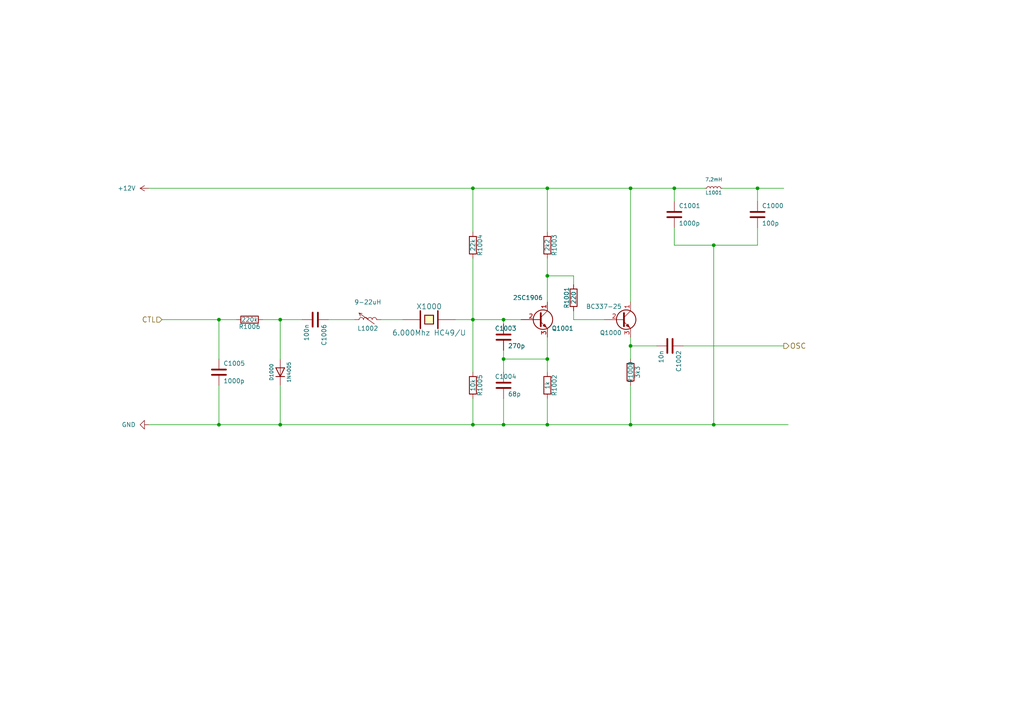
<source format=kicad_sch>
(kicad_sch (version 20211123) (generator eeschema)
  (paper "A4")
  (title_block (date "9 aug 2012"))
  (lib_symbols
    (symbol "Device:C" (pin_numbers hide) (pin_names (offset 0.254))
      (property "Reference" "C" (at 0.635 2.54 0))
      (property "Value" "C" (at 0.635 -2.54 0))
      (symbol "C_0_1"
        (polyline (pts (xy -2.032 -0.762) (xy 2.032 -0.762)) (stroke (width 0.508)))
        (polyline (pts (xy -2.032 0.762) (xy 2.032 0.762)) (stroke (width 0.508)))
      )
      (symbol "C_1_1"
        (pin passive line (at 0 3.81 270) (length 2.794) (name "~") (number "1"))
        (pin passive line (at 0 -3.81 90) (length 2.794) (name "~") (number "2"))
      )
    )
    (symbol "Device:D" (pin_numbers hide) (pin_names (offset 1.016) hide)
      (property "Reference" "D" (at 0 2.54 0))
      (property "Value" "D" (at 0 -2.54 0))
      (symbol "D_0_1"
        (polyline (pts (xy -1.27 1.27) (xy -1.27 -1.27)) (stroke (width 0.254)))
        (polyline (pts (xy 1.27 0) (xy -1.27 0)))
        (polyline (pts (xy 1.27 1.27) (xy 1.27 -1.27) (xy -1.27 0) (xy 1.27 1.27)) (stroke (width 0.254)))
      )
      (symbol "D_1_1"
        (pin passive line (at -3.81 0 0) (length 2.54) (name "K") (number "1"))
        (pin passive line (at 3.81 0 180) (length 2.54) (name "A") (number "2"))
      )
    )
    (symbol "Device:L_Small" (pin_numbers hide) (pin_names (offset 0.254) hide)
      (property "Reference" "L" (at 0.762 1.016 0))
      (property "Value" "L_Small" (at 0.762 -1.016 0))
      (symbol "L_Small_0_1"
        (arc (start 0 -2.032) (mid 0.508 -1.524) (end 0 -1.016))
        (arc (start 0 -1.016) (mid 0.508 -0.508) (end 0 0))
        (arc (start 0 0) (mid 0.508 0.508) (end 0 1.016))
        (arc (start 0 1.016) (mid 0.508 1.524) (end 0 2.032))
      )
      (symbol "L_Small_1_1"
        (pin passive line (at 0 2.54 270) (length 0.508) (name "~") (number "1"))
        (pin passive line (at 0 -2.54 90) (length 0.508) (name "~") (number "2"))
      )
    )
    (symbol "Device:L_Trim" (pin_numbers hide) (pin_names (offset 1.016) hide)
      (property "Reference" "L" (at -1.905 0 90))
      (property "Value" "L_Trim" (at 3.175 0 90))
      (symbol "L_Trim_0_1"
        (arc (start 0 -2.54) (mid 0.635 -1.905) (end 0 -1.27))
        (arc (start 0 -1.27) (mid 0.635 -0.635) (end 0 0))
        (polyline (pts (xy -1.27 -1.905) (xy 1.905 2.54)))
        (polyline (pts (xy 1.905 2.54) (xy 1.016 2.159)))
        (polyline (pts (xy 1.905 2.54) (xy 1.778 1.651)))
        (arc (start 0 0) (mid 0.635 0.635) (end 0 1.27))
        (arc (start 0 1.27) (mid 0.635 1.905) (end 0 2.54))
      )
      (symbol "L_Trim_1_1"
        (pin passive line (at 0 3.81 270) (length 1.27) (name "1") (number "1"))
        (pin passive line (at 0 -3.81 90) (length 1.27) (name "2") (number "2"))
      )
    )
    (symbol "Device:Q_NPN_CBE" (pin_names (offset 0) hide)
      (property "Reference" "Q" (at 5.08 1.27 0))
      (property "Value" "Q_NPN_CBE" (at 5.08 -1.27 0))
      (symbol "Q_NPN_CBE_0_1"
        (polyline (pts (xy 0.635 0.635) (xy 2.54 2.54)))
        (polyline (pts (xy 0.635 -0.635) (xy 2.54 -2.54) (xy 2.54 -2.54)))
        (polyline (pts (xy 0.635 1.905) (xy 0.635 -1.905) (xy 0.635 -1.905)) (stroke (width 0.508)))
        (polyline (pts (xy 1.27 -1.778) (xy 1.778 -1.27) (xy 2.286 -2.286) (xy 1.27 -1.778) (xy 1.27 -1.778)) (fill (type outline)))
        (circle (center 1.27 0) (radius 2.8194) (stroke (width 0.254)))
      )
      (symbol "Q_NPN_CBE_1_1"
        (pin passive line (at 2.54 5.08 270) (length 2.54) (name "C") (number "1"))
        (pin input line (at -5.08 0 0) (length 5.715) (name "B") (number "2"))
        (pin passive line (at 2.54 -5.08 90) (length 2.54) (name "E") (number "3"))
      )
    )
    (symbol "Device:R" (pin_numbers hide) (pin_names (offset 0))
      (property "Reference" "R" (at 2.032 0 90))
      (property "Value" "R" (at 0 0 90))
      (symbol "R_0_1"
        (rectangle (start -1.016 -2.54) (end 1.016 2.54) (stroke (width 0.254)))
      )
      (symbol "R_1_1"
        (pin passive line (at 0 3.81 270) (length 1.27) (name "~") (number "1"))
        (pin passive line (at 0 -3.81 90) (length 1.27) (name "~") (number "2"))
      )
    )
    (symbol "NBSCIII-rescue:CRYSTAL" (pin_numbers hide) (pin_names (offset 1.016) hide)
      (property "Reference" "X" (at 0 3.81 0))
      (property "Value" "CRYSTAL" (at 0 -3.81 0))
      (symbol "CRYSTAL_0_1"
        (polyline (pts (xy -2.54 2.54) (xy -2.54 -2.54)) (stroke (width 0.4064)))
        (polyline (pts (xy 2.54 2.54) (xy 2.54 -2.54)) (stroke (width 0.4064)))
        (polyline (pts (xy -1.27 1.27) (xy 1.27 1.27) (xy 1.27 -1.27) (xy -1.27 -1.27) (xy -1.27 1.27)) (stroke (width 0.3048)) (fill (type background)))
      )
      (symbol "CRYSTAL_1_1"
        (pin passive line (at -7.62 0 0) (length 5.08) (name "1") (number "1"))
        (pin passive line (at 7.62 0 180) (length 5.08) (name "2") (number "2"))
      )
    )
    (symbol "power:+12V" (power) (pin_names (offset 0))
      (property "Value" "+12V" (at 0 3.556 0))
      (symbol "+12V_0_1"
        (polyline (pts (xy -0.762 1.27) (xy 0 2.54)))
        (polyline (pts (xy 0 0) (xy 0 2.54)))
        (polyline (pts (xy 0 2.54) (xy 0.762 1.27)))
      )
      (symbol "+12V_1_1"
        (pin power_in line (at 0 0 90) (length 0) hide (name "+12V") (number "1"))
      )
    )
    (symbol "power:GND" (power) (pin_names (offset 0))
      (property "Value" "GND" (at 0 -3.81 0))
      (symbol "GND_0_1"
        (polyline (pts (xy 0 0) (xy 0 -1.27) (xy 1.27 -1.27) (xy 0 -2.54) (xy -1.27 -1.27) (xy 0 -1.27)))
      )
      (symbol "GND_1_1"
        (pin power_in line (at 0 0 270) (length 0) hide (name "GND") (number "1"))
      )
    )
  )
  (junction (at 219.71 54.61))
  (junction (at 146.05 92.71))
  (junction (at 182.88 123.19))
  (junction (at 137.16 54.61))
  (junction (at 207.01 123.19))
  (junction (at 146.05 104.14))
  (junction (at 137.16 92.71))
  (junction (at 158.75 123.19))
  (junction (at 182.88 100.33))
  (junction (at 207.01 71.12))
  (junction (at 158.75 104.14))
  (junction (at 137.16 123.19))
  (junction (at 81.28 92.71))
  (junction (at 81.28 123.19))
  (junction (at 195.58 54.61))
  (junction (at 158.75 80.01))
  (junction (at 63.5 92.71))
  (junction (at 146.05 123.19))
  (junction (at 63.5 123.19))
  (junction (at 182.88 54.61))
  (junction (at 158.75 54.61))
  (wire (pts (xy 146.05 104.14) (xy 146.05 107.95)))
  (wire (pts (xy 182.88 100.33) (xy 190.5 100.33)))
  (wire (pts (xy 195.58 54.61) (xy 195.58 58.42)))
  (wire (pts (xy 63.5 92.71) (xy 68.58 92.71)))
  (wire (pts (xy 63.5 92.71) (xy 46.99 92.71)))
  (wire (pts (xy 137.16 115.57) (xy 137.16 123.19)))
  (wire (pts (xy 182.88 123.19) (xy 207.01 123.19)))
  (wire (pts (xy 81.28 92.71) (xy 81.28 104.14)))
  (wire (pts (xy 182.88 111.76) (xy 182.88 123.19)))
  (wire (pts (xy 146.05 123.19) (xy 158.75 123.19)))
  (wire (pts (xy 43.18 123.19) (xy 63.5 123.19)))
  (wire (pts (xy 158.75 80.01) (xy 166.37 80.01)))
  (wire (pts (xy 158.75 54.61) (xy 158.75 67.31)))
  (wire (pts (xy 81.28 92.71) (xy 87.63 92.71)))
  (wire (pts (xy 207.01 123.19) (xy 207.01 71.12)))
  (wire (pts (xy 110.49 92.71) (xy 116.84 92.71)))
  (wire (pts (xy 158.75 54.61) (xy 137.16 54.61)))
  (wire (pts (xy 158.75 80.01) (xy 158.75 87.63)))
  (wire (pts (xy 146.05 104.14) (xy 158.75 104.14)))
  (wire (pts (xy 158.75 115.57) (xy 158.75 123.19)))
  (wire (pts (xy 166.37 90.17) (xy 166.37 92.71)))
  (wire (pts (xy 146.05 92.71) (xy 151.13 92.71)))
  (wire (pts (xy 158.75 123.19) (xy 182.88 123.19)))
  (wire (pts (xy 158.75 74.93) (xy 158.75 80.01)))
  (wire (pts (xy 182.88 87.63) (xy 182.88 54.61)))
  (wire (pts (xy 166.37 80.01) (xy 166.37 82.55)))
  (wire (pts (xy 158.75 97.79) (xy 158.75 104.14)))
  (wire (pts (xy 195.58 54.61) (xy 182.88 54.61)))
  (wire (pts (xy 182.88 100.33) (xy 182.88 97.79)))
  (wire (pts (xy 219.71 54.61) (xy 219.71 58.42)))
  (wire (pts (xy 182.88 100.33) (xy 182.88 104.14)))
  (wire (pts (xy 146.05 101.6) (xy 146.05 104.14)))
  (wire (pts (xy 207.01 71.12) (xy 195.58 71.12)))
  (wire (pts (xy 207.01 123.19) (xy 228.6 123.19)))
  (wire (pts (xy 95.25 92.71) (xy 102.87 92.71)))
  (wire (pts (xy 182.88 54.61) (xy 158.75 54.61)))
  (wire (pts (xy 219.71 66.04) (xy 219.71 71.12)))
  (wire (pts (xy 137.16 54.61) (xy 137.16 67.31)))
  (wire (pts (xy 63.5 123.19) (xy 81.28 123.19)))
  (wire (pts (xy 195.58 54.61) (xy 204.47 54.61)))
  (wire (pts (xy 209.55 54.61) (xy 219.71 54.61)))
  (wire (pts (xy 76.2 92.71) (xy 81.28 92.71)))
  (wire (pts (xy 137.16 92.71) (xy 146.05 92.71)))
  (wire (pts (xy 195.58 66.04) (xy 195.58 71.12)))
  (wire (pts (xy 146.05 115.57) (xy 146.05 123.19)))
  (wire (pts (xy 219.71 54.61) (xy 227.33 54.61)))
  (wire (pts (xy 81.28 123.19) (xy 137.16 123.19)))
  (wire (pts (xy 166.37 92.71) (xy 175.26 92.71)))
  (wire (pts (xy 137.16 123.19) (xy 146.05 123.19)))
  (wire (pts (xy 137.16 54.61) (xy 43.18 54.61)))
  (wire (pts (xy 137.16 92.71) (xy 137.16 107.95)))
  (wire (pts (xy 81.28 111.76) (xy 81.28 123.19)))
  (wire (pts (xy 137.16 92.71) (xy 132.08 92.71)))
  (wire (pts (xy 63.5 92.71) (xy 63.5 104.14)))
  (wire (pts (xy 158.75 104.14) (xy 158.75 107.95)))
  (wire (pts (xy 137.16 74.93) (xy 137.16 92.71)))
  (wire (pts (xy 63.5 111.76) (xy 63.5 123.19)))
  (wire (pts (xy 146.05 92.71) (xy 146.05 93.98)))
  (wire (pts (xy 219.71 71.12) (xy 207.01 71.12)))
  (wire (pts (xy 198.12 100.33) (xy 227.33 100.33)))
  (hierarchical_label "CTL" (shape input) (at 46.99 92.71 180) (effects (font (size 1.524 1.524))))
  (hierarchical_label "OSC" (shape output) (at 227.33 100.33 0) (effects (font (size 1.524 1.524))))
  (symbol (lib_id "Device:L_Small") (at 207.01 54.61 90) (unit 1)
    (property "Reference" "L1001" (at 207.01 55.88 90) (effects (font (size 1.016 1.016))))
    (property "Value" "7.2mH" (at 207.01 52.07 90) (effects (font (size 1.016 1.016))))
  )
  (symbol (lib_id "Device:C") (at 195.58 62.23 0) (unit 1)
    (property "Reference" "C1001" (at 196.85 59.69 0) (effects (justify left)))
    (property "Value" "1000p" (at 196.85 64.77 0) (effects (justify left)))
  )
  (symbol (lib_id "Device:C") (at 219.71 62.23 0) (unit 1)
    (property "Reference" "C1000" (at 220.98 59.69 0) (effects (justify left)))
    (property "Value" "100p" (at 220.98 64.77 0) (effects (justify left)))
  )
  (symbol (lib_id "Device:Q_NPN_CBE") (at 180.34 92.71 0) (unit 1)
    (property "Reference" "Q1000" (at 180.34 96.52 0) (effects (justify right)))
    (property "Value" "BC337-25" (at 180.34 88.9 0) (effects (justify right)))
  )
  (symbol (lib_id "Device:R") (at 182.88 107.95 0) (unit 1)
    (property "Reference" "3k3" (at 184.912 107.95 90))
    (property "Value" "R1000" (at 182.88 107.95 90))
  )
  (symbol (lib_id "Device:C") (at 194.31 100.33 270) (unit 1)
    (property "Reference" "C1002" (at 196.85 101.6 0) (effects (justify left)))
    (property "Value" "10n" (at 191.77 101.6 0) (effects (justify left)))
  )
  (symbol (lib_id "Device:R") (at 166.37 86.36 180) (unit 1)
    (property "Reference" "R1001" (at 164.338 86.36 90))
    (property "Value" "220" (at 166.37 86.36 90))
  )
  (symbol (lib_id "Device:Q_NPN_CBE") (at 156.21 92.71 0) (unit 1)
    (property "Reference" "Q1001" (at 166.37 95.25 0) (effects (justify right)))
    (property "Value" "2SC1906" (at 157.48 86.36 0) (effects (justify right)))
  )
  (symbol (lib_id "Device:R") (at 158.75 111.76 0) (unit 1)
    (property "Reference" "R1002" (at 160.782 111.76 90))
    (property "Value" "1k" (at 158.75 111.76 90))
  )
  (symbol (lib_id "Device:R") (at 158.75 71.12 0) (unit 1)
    (property "Reference" "R1003" (at 160.782 71.12 90))
    (property "Value" "2k2" (at 158.75 71.12 90))
  )
  (symbol (lib_id "Device:R") (at 137.16 71.12 0) (unit 1)
    (property "Reference" "R1004" (at 139.192 71.12 90))
    (property "Value" "22k" (at 137.16 71.12 90))
  )
  (symbol (lib_id "Device:R") (at 137.16 111.76 0) (unit 1)
    (property "Reference" "R1005" (at 139.192 111.76 90))
    (property "Value" "10k" (at 137.16 111.76 90))
  )
  (symbol (lib_id "Device:C") (at 146.05 111.76 0) (unit 1)
    (property "Reference" "C1004" (at 143.51 109.22 0) (effects (justify left)))
    (property "Value" "68p" (at 147.32 114.3 0) (effects (justify left)))
  )
  (symbol (lib_id "Device:C") (at 146.05 97.79 0) (unit 1)
    (property "Reference" "C1003" (at 143.51 95.25 0) (effects (justify left)))
    (property "Value" "270p" (at 147.32 100.33 0) (effects (justify left)))
  )
  (symbol (lib_id "NBSCIII-rescue:CRYSTAL") (at 124.46 92.71 0) (unit 1)
    (property "Reference" "X1000" (at 124.46 88.9 0) (effects (font (size 1.524 1.524))))
    (property "Value" "6.000Mhz HC49/U" (at 124.46 96.52 0) (effects (font (size 1.524 1.524))))
  )
  (symbol (lib_id "Device:C") (at 91.44 92.71 270) (unit 1)
    (property "Reference" "C1006" (at 93.98 93.98 0) (effects (justify left)))
    (property "Value" "100n" (at 88.9 93.98 0) (effects (justify left)))
  )
  (symbol (lib_id "Device:D") (at 81.28 107.95 90) (unit 1)
    (property "Reference" "D1000" (at 78.74 107.95 0) (effects (font (size 1.016 1.016))))
    (property "Value" "1N4005" (at 83.82 107.95 0) (effects (font (size 1.016 1.016))))
  )
  (symbol (lib_id "Device:R") (at 72.39 92.71 270) (unit 1)
    (property "Reference" "R1006" (at 72.39 94.742 90))
    (property "Value" "220k" (at 72.39 92.71 90))
  )
  (symbol (lib_id "Device:C") (at 63.5 107.95 0) (unit 1)
    (property "Reference" "C1005" (at 64.77 105.41 0) (effects (justify left)))
    (property "Value" "1000p" (at 64.77 110.49 0) (effects (justify left)))
  )
  (symbol (lib_id "Device:L_Trim") (at 106.68 92.71 90) (unit 1)
    (property "Reference" "L1002" (at 106.68 95.25 90))
    (property "Value" "9-22uH" (at 106.68 87.63 90))
  )
  (symbol (lib_id "power:GND") (at 43.18 123.19 270) (unit 1)
    (property "Reference" "#PWR0129" (effects hide))
    (property "Value" "GND" (at 39.37 123.1899 90) (effects (justify right)))
  )
  (symbol (lib_id "power:+12V") (at 43.18 54.61 90) (unit 1)
    (property "Reference" "#PWR0128" (effects hide))
    (property "Value" "+12V" (at 39.37 54.6099 90) (effects (justify left)))
  )
)
</source>
